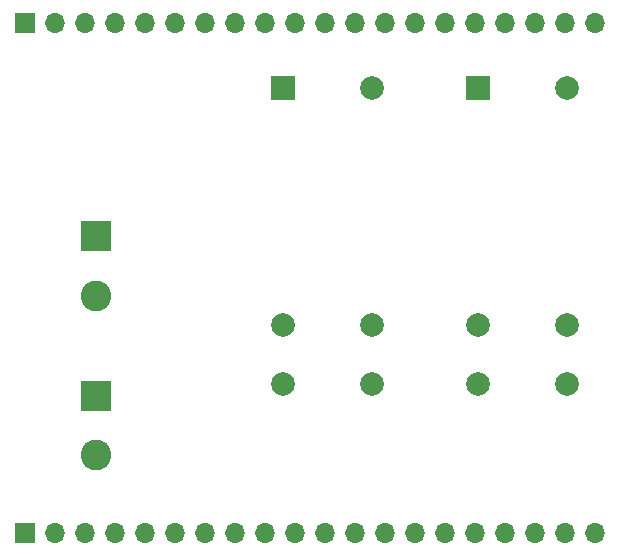
<source format=gbr>
%TF.GenerationSoftware,KiCad,Pcbnew,8.0.8*%
%TF.CreationDate,2025-04-11T16:16:34-04:00*%
%TF.ProjectId,PWM Module 3.0A,50574d20-4d6f-4647-956c-6520332e3041,rev?*%
%TF.SameCoordinates,Original*%
%TF.FileFunction,Copper,L2,Bot*%
%TF.FilePolarity,Positive*%
%FSLAX46Y46*%
G04 Gerber Fmt 4.6, Leading zero omitted, Abs format (unit mm)*
G04 Created by KiCad (PCBNEW 8.0.8) date 2025-04-11 16:16:34*
%MOMM*%
%LPD*%
G01*
G04 APERTURE LIST*
%TA.AperFunction,ComponentPad*%
%ADD10R,1.700000X1.700000*%
%TD*%
%TA.AperFunction,ComponentPad*%
%ADD11O,1.700000X1.700000*%
%TD*%
%TA.AperFunction,ComponentPad*%
%ADD12R,2.600000X2.600000*%
%TD*%
%TA.AperFunction,ComponentPad*%
%ADD13C,2.600000*%
%TD*%
%TA.AperFunction,ComponentPad*%
%ADD14C,2.000000*%
%TD*%
%TA.AperFunction,ComponentPad*%
%ADD15R,2.000000X2.000000*%
%TD*%
G04 APERTURE END LIST*
D10*
%TO.P,J1,1,1*%
%TO.N,unconnected-(J1-Pad1)*%
X152440000Y-25400000D03*
D11*
%TO.P,J1,2,2*%
%TO.N,unconnected-(J1-Pad2)*%
X154980000Y-25400000D03*
%TO.P,J1,3,3*%
%TO.N,Net-(J1-Pad3)*%
X157520000Y-25400000D03*
%TO.P,J1,4,4*%
%TO.N,Net-(J1-Pad4)*%
X160060000Y-25400000D03*
%TO.P,J1,5,5*%
%TO.N,Net-(J1-Pad5)*%
X162600000Y-25400000D03*
%TO.P,J1,6,6*%
%TO.N,unconnected-(J1-Pad6)*%
X165140000Y-25400000D03*
%TO.P,J1,7,7*%
%TO.N,unconnected-(J1-Pad7)*%
X167680000Y-25400000D03*
%TO.P,J1,8,8*%
%TO.N,unconnected-(J1-Pad8)*%
X170220000Y-25400000D03*
%TO.P,J1,9,9*%
%TO.N,unconnected-(J1-Pad9)*%
X172760000Y-25400000D03*
%TO.P,J1,10,10*%
%TO.N,unconnected-(J1-Pad10)*%
X175300000Y-25400000D03*
%TO.P,J1,11,11*%
%TO.N,unconnected-(J1-Pad11)*%
X177840000Y-25400000D03*
%TO.P,J1,12,12*%
%TO.N,unconnected-(J1-Pad12)*%
X180380000Y-25400000D03*
%TO.P,J1,13,13*%
%TO.N,unconnected-(J1-Pad13)*%
X182920000Y-25400000D03*
%TO.P,J1,14,14*%
%TO.N,unconnected-(J1-Pad14)*%
X185460000Y-25400000D03*
%TO.P,J1,15,15*%
%TO.N,unconnected-(J1-Pad15)*%
X188000000Y-25400000D03*
%TO.P,J1,16,16*%
%TO.N,unconnected-(J1-Pad16)*%
X190540000Y-25400000D03*
%TO.P,J1,17,17*%
%TO.N,unconnected-(J1-Pad17)*%
X193080000Y-25400000D03*
%TO.P,J1,18,18*%
%TO.N,unconnected-(J1-Pad18)*%
X195620000Y-25400000D03*
%TO.P,J1,19,19*%
%TO.N,unconnected-(J1-Pad19)*%
X198160000Y-25400000D03*
%TO.P,J1,20,20*%
%TO.N,unconnected-(J1-Pad20)*%
X200700000Y-25400000D03*
%TD*%
D12*
%TO.P,J3,1,Pin_1*%
%TO.N,Net-(J3-Pin_1)*%
X158500000Y-57000000D03*
D13*
%TO.P,J3,2,Pin_2*%
X158500000Y-62000000D03*
%TD*%
D14*
%TO.P,K2,13*%
%TO.N,Net-(J2-Pin_2)*%
X174312500Y-50962500D03*
X181812500Y-50962500D03*
%TO.P,K2,14*%
%TO.N,Net-(J3-Pin_1)*%
X174312500Y-55962500D03*
X181812500Y-55962500D03*
D15*
%TO.P,K2,A1*%
%TO.N,Net-(J1-Pad4)*%
X174312500Y-30962500D03*
D14*
%TO.P,K2,A2*%
%TO.N,Net-(J1-Pad5)*%
X181812500Y-30962500D03*
%TD*%
D10*
%TO.P,J4,1,1*%
%TO.N,unconnected-(J4-Pad1)*%
X152440000Y-68580000D03*
D11*
%TO.P,J4,2,2*%
%TO.N,unconnected-(J4-Pad2)*%
X154980000Y-68580000D03*
%TO.P,J4,3,3*%
%TO.N,unconnected-(J4-Pad3)*%
X157520000Y-68580000D03*
%TO.P,J4,4,4*%
%TO.N,unconnected-(J4-Pad4)*%
X160060000Y-68580000D03*
%TO.P,J4,5,5*%
%TO.N,unconnected-(J4-Pad5)*%
X162600000Y-68580000D03*
%TO.P,J4,6,6*%
%TO.N,unconnected-(J4-Pad6)*%
X165140000Y-68580000D03*
%TO.P,J4,7,7*%
%TO.N,unconnected-(J4-Pad7)*%
X167680000Y-68580000D03*
%TO.P,J4,8,8*%
%TO.N,unconnected-(J4-Pad8)*%
X170220000Y-68580000D03*
%TO.P,J4,9,9*%
%TO.N,unconnected-(J4-Pad9)*%
X172760000Y-68580000D03*
%TO.P,J4,10,10*%
%TO.N,unconnected-(J4-Pad10)*%
X175300000Y-68580000D03*
%TO.P,J4,11,11*%
%TO.N,unconnected-(J4-Pad11)*%
X177840000Y-68580000D03*
%TO.P,J4,12,12*%
%TO.N,unconnected-(J4-Pad12)*%
X180380000Y-68580000D03*
%TO.P,J4,13,13*%
%TO.N,unconnected-(J4-Pad13)*%
X182920000Y-68580000D03*
%TO.P,J4,14,14*%
%TO.N,unconnected-(J4-Pad14)*%
X185460000Y-68580000D03*
%TO.P,J4,15,15*%
%TO.N,unconnected-(J4-Pad15)*%
X188000000Y-68580000D03*
%TO.P,J4,16,16*%
%TO.N,unconnected-(J4-Pad16)*%
X190540000Y-68580000D03*
%TO.P,J4,17,17*%
%TO.N,unconnected-(J4-Pad17)*%
X193080000Y-68580000D03*
%TO.P,J4,18,18*%
%TO.N,unconnected-(J4-Pad18)*%
X195620000Y-68580000D03*
%TO.P,J4,19,19*%
%TO.N,unconnected-(J4-Pad19)*%
X198160000Y-68580000D03*
%TO.P,J4,20,20*%
%TO.N,unconnected-(J4-Pad20)*%
X200700000Y-68580000D03*
%TD*%
D14*
%TO.P,K1,13*%
%TO.N,Net-(J2-Pin_1)*%
X190812500Y-50962500D03*
X198312500Y-50962500D03*
%TO.P,K1,14*%
%TO.N,Net-(J3-Pin_1)*%
X190812500Y-55962500D03*
X198312500Y-55962500D03*
D15*
%TO.P,K1,A1*%
%TO.N,Net-(J1-Pad3)*%
X190812500Y-30962500D03*
D14*
%TO.P,K1,A2*%
%TO.N,Net-(J1-Pad5)*%
X198312500Y-30962500D03*
%TD*%
D12*
%TO.P,J2,1,Pin_1*%
%TO.N,Net-(J2-Pin_1)*%
X158500000Y-43500000D03*
D13*
%TO.P,J2,2,Pin_2*%
%TO.N,Net-(J2-Pin_2)*%
X158500000Y-48500000D03*
%TD*%
M02*

</source>
